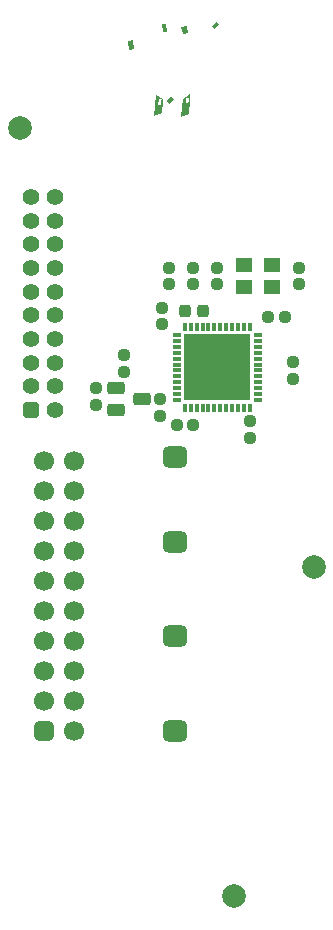
<source format=gts>
G04*
G04 #@! TF.GenerationSoftware,Altium Limited,Altium Designer,23.3.1 (30)*
G04*
G04 Layer_Color=8388736*
%FSLAX44Y44*%
%MOMM*%
G71*
G04*
G04 #@! TF.SameCoordinates,2179DA4C-5F9F-4515-A9C7-B5EE9FB9D995*
G04*
G04*
G04 #@! TF.FilePolarity,Negative*
G04*
G01*
G75*
%ADD24C,2.0000*%
%ADD25R,5.7000X5.7000*%
%ADD26R,0.8000X0.3490*%
%ADD27R,0.3490X0.8000*%
G04:AMPARAMS|DCode=28|XSize=1.1mm|YSize=1.5mm|CornerRadius=0.3mm|HoleSize=0mm|Usage=FLASHONLY|Rotation=270.000|XOffset=0mm|YOffset=0mm|HoleType=Round|Shape=RoundedRectangle|*
%AMROUNDEDRECTD28*
21,1,1.1000,0.9000,0,0,270.0*
21,1,0.5000,1.5000,0,0,270.0*
1,1,0.6000,-0.4500,-0.2500*
1,1,0.6000,-0.4500,0.2500*
1,1,0.6000,0.4500,0.2500*
1,1,0.6000,0.4500,-0.2500*
%
%ADD28ROUNDEDRECTD28*%
G04:AMPARAMS|DCode=29|XSize=0.95mm|YSize=0.95mm|CornerRadius=0.2625mm|HoleSize=0mm|Usage=FLASHONLY|Rotation=0.000|XOffset=0mm|YOffset=0mm|HoleType=Round|Shape=RoundedRectangle|*
%AMROUNDEDRECTD29*
21,1,0.9500,0.4250,0,0,0.0*
21,1,0.4250,0.9500,0,0,0.0*
1,1,0.5250,0.2125,-0.2125*
1,1,0.5250,-0.2125,-0.2125*
1,1,0.5250,-0.2125,0.2125*
1,1,0.5250,0.2125,0.2125*
%
%ADD29ROUNDEDRECTD29*%
G04:AMPARAMS|DCode=30|XSize=1mm|YSize=1.07mm|CornerRadius=0.275mm|HoleSize=0mm|Usage=FLASHONLY|Rotation=180.000|XOffset=0mm|YOffset=0mm|HoleType=Round|Shape=RoundedRectangle|*
%AMROUNDEDRECTD30*
21,1,1.0000,0.5200,0,0,180.0*
21,1,0.4500,1.0700,0,0,180.0*
1,1,0.5500,-0.2250,0.2600*
1,1,0.5500,0.2250,0.2600*
1,1,0.5500,0.2250,-0.2600*
1,1,0.5500,-0.2250,-0.2600*
%
%ADD30ROUNDEDRECTD30*%
G04:AMPARAMS|DCode=31|XSize=0.95mm|YSize=0.95mm|CornerRadius=0.2625mm|HoleSize=0mm|Usage=FLASHONLY|Rotation=270.000|XOffset=0mm|YOffset=0mm|HoleType=Round|Shape=RoundedRectangle|*
%AMROUNDEDRECTD31*
21,1,0.9500,0.4250,0,0,270.0*
21,1,0.4250,0.9500,0,0,270.0*
1,1,0.5250,-0.2125,-0.2125*
1,1,0.5250,-0.2125,0.2125*
1,1,0.5250,0.2125,0.2125*
1,1,0.5250,0.2125,-0.2125*
%
%ADD31ROUNDEDRECTD31*%
%ADD32R,1.4000X1.1500*%
G04:AMPARAMS|DCode=33|XSize=1.8mm|YSize=2.1mm|CornerRadius=0.475mm|HoleSize=0mm|Usage=FLASHONLY|Rotation=90.000|XOffset=0mm|YOffset=0mm|HoleType=Round|Shape=RoundedRectangle|*
%AMROUNDEDRECTD33*
21,1,1.8000,1.1500,0,0,90.0*
21,1,0.8500,2.1000,0,0,90.0*
1,1,0.9500,0.5750,0.4250*
1,1,0.9500,0.5750,-0.4250*
1,1,0.9500,-0.5750,-0.4250*
1,1,0.9500,-0.5750,0.4250*
%
%ADD33ROUNDEDRECTD33*%
%ADD34C,1.4000*%
G04:AMPARAMS|DCode=35|XSize=1.4mm|YSize=1.4mm|CornerRadius=0.375mm|HoleSize=0mm|Usage=FLASHONLY|Rotation=90.000|XOffset=0mm|YOffset=0mm|HoleType=Round|Shape=RoundedRectangle|*
%AMROUNDEDRECTD35*
21,1,1.4000,0.6500,0,0,90.0*
21,1,0.6500,1.4000,0,0,90.0*
1,1,0.7500,0.3250,0.3250*
1,1,0.7500,0.3250,-0.3250*
1,1,0.7500,-0.3250,-0.3250*
1,1,0.7500,-0.3250,0.3250*
%
%ADD35ROUNDEDRECTD35*%
%ADD36C,0.1000*%
%ADD37C,1.7000*%
G04:AMPARAMS|DCode=38|XSize=1.7mm|YSize=1.7mm|CornerRadius=0.45mm|HoleSize=0mm|Usage=FLASHONLY|Rotation=90.000|XOffset=0mm|YOffset=0mm|HoleType=Round|Shape=RoundedRectangle|*
%AMROUNDEDRECTD38*
21,1,1.7000,0.8000,0,0,90.0*
21,1,0.8000,1.7000,0,0,90.0*
1,1,0.9000,0.4000,0.4000*
1,1,0.9000,0.4000,-0.4000*
1,1,0.9000,-0.4000,-0.4000*
1,1,0.9000,-0.4000,0.4000*
%
%ADD38ROUNDEDRECTD38*%
G36*
X142069Y680497D02*
X143566Y698167D01*
X149377Y694717D01*
X149153Y691880D01*
X148052D01*
X148291Y694438D01*
X145943Y694658D01*
X145513Y690078D01*
X147862Y689858D01*
X148049Y691856D01*
X149152D01*
X148465Y683119D01*
X142069Y680497D01*
D02*
G37*
G36*
X165120Y679162D02*
X166226Y694635D01*
X172664Y699302D01*
X172171Y693059D01*
X171296D01*
X171525Y695504D01*
X169177Y695724D01*
X168748Y691145D01*
X171096Y690925D01*
X171294Y693034D01*
X172169D01*
X171319Y682278D01*
X165120Y679162D01*
D02*
G37*
G36*
X154738Y690922D02*
X152581Y693474D01*
X156692Y696949D01*
X158849Y694398D01*
X154738Y690922D01*
D02*
G37*
G36*
X121104Y736678D02*
X120075Y743991D01*
X124295Y744585D01*
X125324Y737272D01*
X121104Y736678D01*
D02*
G37*
G36*
X149258Y751458D02*
X148784Y758153D01*
X152451Y758412D01*
X152924Y751717D01*
X149258Y751458D01*
D02*
G37*
G36*
X166521Y749637D02*
X165139Y755704D01*
X169424Y756680D01*
X170807Y750613D01*
X166521Y749637D01*
D02*
G37*
G36*
X193391Y753806D02*
X190851Y755976D01*
X194591Y760354D01*
X197131Y758185D01*
X193391Y753806D01*
D02*
G37*
D24*
X277300Y298300D02*
D03*
X28250Y670500D02*
D03*
X210000Y20000D02*
D03*
D25*
X195500Y467500D02*
D03*
D26*
X161000Y440000D02*
D03*
Y445000D02*
D03*
Y450000D02*
D03*
Y455000D02*
D03*
Y460000D02*
D03*
Y465000D02*
D03*
Y470000D02*
D03*
Y475000D02*
D03*
Y480000D02*
D03*
Y485000D02*
D03*
Y490000D02*
D03*
Y495000D02*
D03*
X230000Y440000D02*
D03*
Y445000D02*
D03*
Y450000D02*
D03*
Y455000D02*
D03*
Y460000D02*
D03*
Y465000D02*
D03*
Y470000D02*
D03*
Y475000D02*
D03*
Y480000D02*
D03*
Y485000D02*
D03*
Y490000D02*
D03*
Y495000D02*
D03*
D27*
X193000Y433000D02*
D03*
X188000D02*
D03*
X183000D02*
D03*
X178000D02*
D03*
X173000D02*
D03*
X168000D02*
D03*
X198000D02*
D03*
X203000D02*
D03*
X208000D02*
D03*
X213000D02*
D03*
X218000D02*
D03*
X223000D02*
D03*
X183000Y502000D02*
D03*
X178000D02*
D03*
X173000D02*
D03*
X168000D02*
D03*
X188000D02*
D03*
X193000D02*
D03*
X198000D02*
D03*
X203000D02*
D03*
X208000D02*
D03*
X223000D02*
D03*
X218000D02*
D03*
X213000D02*
D03*
D28*
X109750Y450250D02*
D03*
Y431250D02*
D03*
X131750Y440750D02*
D03*
D29*
X92500Y436000D02*
D03*
Y450000D02*
D03*
X222941Y408191D02*
D03*
Y422191D02*
D03*
X148750Y504000D02*
D03*
Y518000D02*
D03*
X147000Y426750D02*
D03*
Y440750D02*
D03*
X116466Y463702D02*
D03*
Y477702D02*
D03*
X260000Y472000D02*
D03*
Y458000D02*
D03*
X195000Y552000D02*
D03*
Y538000D02*
D03*
X265000D02*
D03*
Y552000D02*
D03*
X175000D02*
D03*
Y538000D02*
D03*
X155000D02*
D03*
Y552000D02*
D03*
D30*
X167917Y515150D02*
D03*
X183617D02*
D03*
D31*
X175000Y419000D02*
D03*
X161000D02*
D03*
X252500Y510500D02*
D03*
X238500D02*
D03*
D32*
X241500Y554250D02*
D03*
Y535750D02*
D03*
X218500D02*
D03*
Y554250D02*
D03*
D33*
X160000Y392000D02*
D03*
Y160000D02*
D03*
Y240000D02*
D03*
Y320000D02*
D03*
D34*
X57800Y611650D02*
D03*
X37800D02*
D03*
X57800Y591650D02*
D03*
X37800D02*
D03*
X57800Y571650D02*
D03*
X37800D02*
D03*
X57800Y551650D02*
D03*
X37800D02*
D03*
X57800Y531650D02*
D03*
X37800D02*
D03*
X57800Y511650D02*
D03*
X37800D02*
D03*
X57800Y491650D02*
D03*
X37800D02*
D03*
X57800Y471650D02*
D03*
X37800D02*
D03*
X57800Y451650D02*
D03*
X37800D02*
D03*
X57800Y431650D02*
D03*
D35*
X37800D02*
D03*
D36*
X260000Y730000D02*
D03*
Y40000D02*
D03*
X47500Y730000D02*
D03*
Y40000D02*
D03*
D37*
X74400Y160000D02*
D03*
X49000Y185400D02*
D03*
X74400D02*
D03*
X49000Y210800D02*
D03*
X74400D02*
D03*
X49000Y236200D02*
D03*
X74400D02*
D03*
X49000Y261600D02*
D03*
X74400D02*
D03*
X49000Y287000D02*
D03*
X74400D02*
D03*
X49000Y312400D02*
D03*
X74400D02*
D03*
X49000Y337800D02*
D03*
X74400D02*
D03*
X49000Y363200D02*
D03*
X74400D02*
D03*
X49000Y388600D02*
D03*
X74400D02*
D03*
D38*
X49000Y160000D02*
D03*
M02*

</source>
